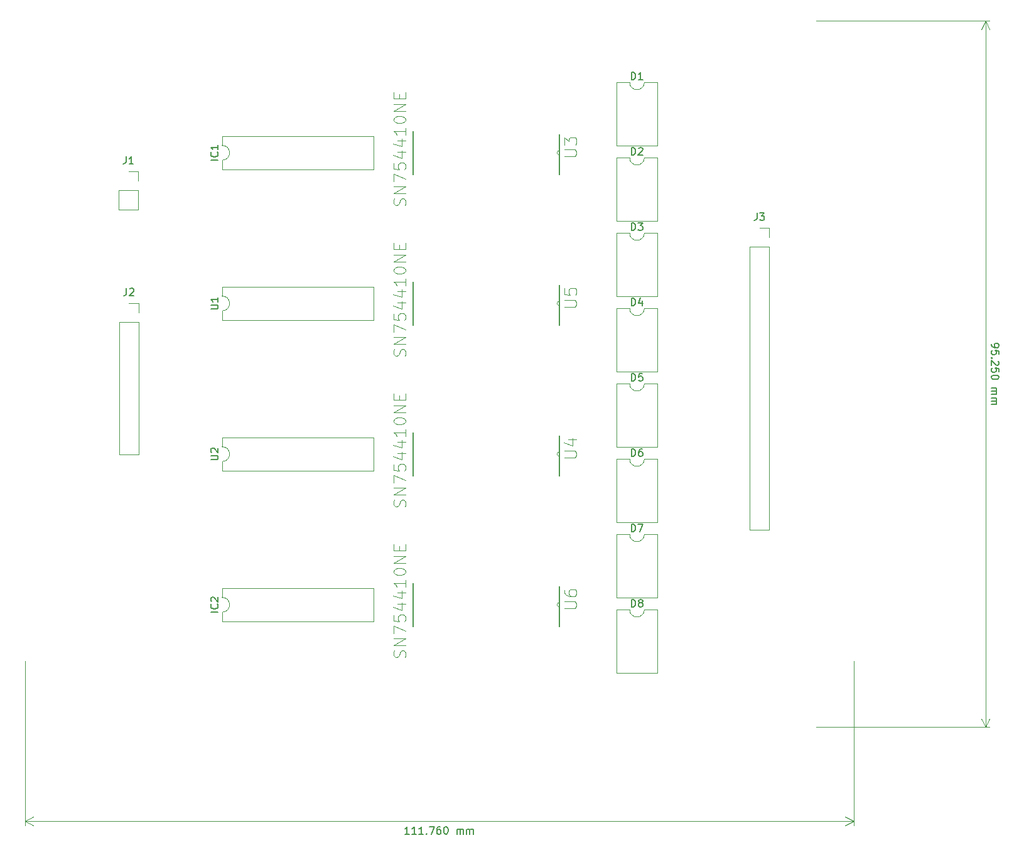
<source format=gbr>
G04 #@! TF.GenerationSoftware,KiCad,Pcbnew,(5.1.0)-1*
G04 #@! TF.CreationDate,2020-01-23T16:35:24+01:00*
G04 #@! TF.ProjectId,splitflap,73706c69-7466-46c6-9170-2e6b69636164,rev?*
G04 #@! TF.SameCoordinates,Original*
G04 #@! TF.FileFunction,Legend,Top*
G04 #@! TF.FilePolarity,Positive*
%FSLAX46Y46*%
G04 Gerber Fmt 4.6, Leading zero omitted, Abs format (unit mm)*
G04 Created by KiCad (PCBNEW (5.1.0)-1) date 2020-01-23 16:35:24*
%MOMM*%
%LPD*%
G04 APERTURE LIST*
%ADD10C,0.150000*%
%ADD11C,0.120000*%
%ADD12C,0.100000*%
%ADD13C,0.152400*%
%ADD14C,0.050000*%
G04 APERTURE END LIST*
D10*
X199152380Y-135072379D02*
X198580952Y-135072379D01*
X198866666Y-135072379D02*
X198866666Y-134072379D01*
X198771428Y-134215237D01*
X198676190Y-134310475D01*
X198580952Y-134358094D01*
X200104761Y-135072379D02*
X199533333Y-135072379D01*
X199819047Y-135072379D02*
X199819047Y-134072379D01*
X199723809Y-134215237D01*
X199628571Y-134310475D01*
X199533333Y-134358094D01*
X201057142Y-135072379D02*
X200485714Y-135072379D01*
X200771428Y-135072379D02*
X200771428Y-134072379D01*
X200676190Y-134215237D01*
X200580952Y-134310475D01*
X200485714Y-134358094D01*
X201485714Y-134977141D02*
X201533333Y-135024760D01*
X201485714Y-135072379D01*
X201438095Y-135024760D01*
X201485714Y-134977141D01*
X201485714Y-135072379D01*
X201866666Y-134072379D02*
X202533333Y-134072379D01*
X202104761Y-135072379D01*
X203342857Y-134072379D02*
X203152380Y-134072379D01*
X203057142Y-134119999D01*
X203009523Y-134167618D01*
X202914285Y-134310475D01*
X202866666Y-134500951D01*
X202866666Y-134881903D01*
X202914285Y-134977141D01*
X202961904Y-135024760D01*
X203057142Y-135072379D01*
X203247619Y-135072379D01*
X203342857Y-135024760D01*
X203390476Y-134977141D01*
X203438095Y-134881903D01*
X203438095Y-134643808D01*
X203390476Y-134548570D01*
X203342857Y-134500951D01*
X203247619Y-134453332D01*
X203057142Y-134453332D01*
X202961904Y-134500951D01*
X202914285Y-134548570D01*
X202866666Y-134643808D01*
X204057142Y-134072379D02*
X204152380Y-134072379D01*
X204247619Y-134119999D01*
X204295238Y-134167618D01*
X204342857Y-134262856D01*
X204390476Y-134453332D01*
X204390476Y-134691427D01*
X204342857Y-134881903D01*
X204295238Y-134977141D01*
X204247619Y-135024760D01*
X204152380Y-135072379D01*
X204057142Y-135072379D01*
X203961904Y-135024760D01*
X203914285Y-134977141D01*
X203866666Y-134881903D01*
X203819047Y-134691427D01*
X203819047Y-134453332D01*
X203866666Y-134262856D01*
X203914285Y-134167618D01*
X203961904Y-134119999D01*
X204057142Y-134072379D01*
X205580952Y-135072379D02*
X205580952Y-134405713D01*
X205580952Y-134500951D02*
X205628571Y-134453332D01*
X205723809Y-134405713D01*
X205866666Y-134405713D01*
X205961904Y-134453332D01*
X206009523Y-134548570D01*
X206009523Y-135072379D01*
X206009523Y-134548570D02*
X206057142Y-134453332D01*
X206152380Y-134405713D01*
X206295238Y-134405713D01*
X206390476Y-134453332D01*
X206438095Y-134548570D01*
X206438095Y-135072379D01*
X206914285Y-135072379D02*
X206914285Y-134405713D01*
X206914285Y-134500951D02*
X206961904Y-134453332D01*
X207057142Y-134405713D01*
X207200000Y-134405713D01*
X207295238Y-134453332D01*
X207342857Y-134548570D01*
X207342857Y-135072379D01*
X207342857Y-134548570D02*
X207390476Y-134453332D01*
X207485714Y-134405713D01*
X207628571Y-134405713D01*
X207723809Y-134453332D01*
X207771428Y-134548570D01*
X207771428Y-135072379D01*
D11*
X147320000Y-133349999D02*
X259080000Y-133349999D01*
X147320000Y-111760000D02*
X147320000Y-133936420D01*
X259080000Y-111760000D02*
X259080000Y-133936420D01*
X259080000Y-133349999D02*
X257953496Y-133936420D01*
X259080000Y-133349999D02*
X257953496Y-132763578D01*
X147320000Y-133349999D02*
X148446504Y-133936420D01*
X147320000Y-133349999D02*
X148446504Y-132763578D01*
D10*
X277677619Y-68977380D02*
X277677619Y-69167857D01*
X277725238Y-69263095D01*
X277772857Y-69310714D01*
X277915714Y-69405952D01*
X278106190Y-69453571D01*
X278487142Y-69453571D01*
X278582380Y-69405952D01*
X278630000Y-69358333D01*
X278677619Y-69263095D01*
X278677619Y-69072619D01*
X278630000Y-68977380D01*
X278582380Y-68929761D01*
X278487142Y-68882142D01*
X278249047Y-68882142D01*
X278153809Y-68929761D01*
X278106190Y-68977380D01*
X278058571Y-69072619D01*
X278058571Y-69263095D01*
X278106190Y-69358333D01*
X278153809Y-69405952D01*
X278249047Y-69453571D01*
X278677619Y-70358333D02*
X278677619Y-69882142D01*
X278201428Y-69834523D01*
X278249047Y-69882142D01*
X278296666Y-69977380D01*
X278296666Y-70215476D01*
X278249047Y-70310714D01*
X278201428Y-70358333D01*
X278106190Y-70405952D01*
X277868095Y-70405952D01*
X277772857Y-70358333D01*
X277725238Y-70310714D01*
X277677619Y-70215476D01*
X277677619Y-69977380D01*
X277725238Y-69882142D01*
X277772857Y-69834523D01*
X277772857Y-70834523D02*
X277725238Y-70882142D01*
X277677619Y-70834523D01*
X277725238Y-70786904D01*
X277772857Y-70834523D01*
X277677619Y-70834523D01*
X278582380Y-71263095D02*
X278630000Y-71310714D01*
X278677619Y-71405952D01*
X278677619Y-71644047D01*
X278630000Y-71739285D01*
X278582380Y-71786904D01*
X278487142Y-71834523D01*
X278391904Y-71834523D01*
X278249047Y-71786904D01*
X277677619Y-71215476D01*
X277677619Y-71834523D01*
X278677619Y-72739285D02*
X278677619Y-72263095D01*
X278201428Y-72215476D01*
X278249047Y-72263095D01*
X278296666Y-72358333D01*
X278296666Y-72596428D01*
X278249047Y-72691666D01*
X278201428Y-72739285D01*
X278106190Y-72786904D01*
X277868095Y-72786904D01*
X277772857Y-72739285D01*
X277725238Y-72691666D01*
X277677619Y-72596428D01*
X277677619Y-72358333D01*
X277725238Y-72263095D01*
X277772857Y-72215476D01*
X278677619Y-73405952D02*
X278677619Y-73501190D01*
X278630000Y-73596428D01*
X278582380Y-73644047D01*
X278487142Y-73691666D01*
X278296666Y-73739285D01*
X278058571Y-73739285D01*
X277868095Y-73691666D01*
X277772857Y-73644047D01*
X277725238Y-73596428D01*
X277677619Y-73501190D01*
X277677619Y-73405952D01*
X277725238Y-73310714D01*
X277772857Y-73263095D01*
X277868095Y-73215476D01*
X278058571Y-73167857D01*
X278296666Y-73167857D01*
X278487142Y-73215476D01*
X278582380Y-73263095D01*
X278630000Y-73310714D01*
X278677619Y-73405952D01*
X277677619Y-74929761D02*
X278344285Y-74929761D01*
X278249047Y-74929761D02*
X278296666Y-74977380D01*
X278344285Y-75072619D01*
X278344285Y-75215476D01*
X278296666Y-75310714D01*
X278201428Y-75358333D01*
X277677619Y-75358333D01*
X278201428Y-75358333D02*
X278296666Y-75405952D01*
X278344285Y-75501190D01*
X278344285Y-75644047D01*
X278296666Y-75739285D01*
X278201428Y-75786904D01*
X277677619Y-75786904D01*
X277677619Y-76263095D02*
X278344285Y-76263095D01*
X278249047Y-76263095D02*
X278296666Y-76310714D01*
X278344285Y-76405952D01*
X278344285Y-76548809D01*
X278296666Y-76644047D01*
X278201428Y-76691666D01*
X277677619Y-76691666D01*
X278201428Y-76691666D02*
X278296666Y-76739285D01*
X278344285Y-76834523D01*
X278344285Y-76977380D01*
X278296666Y-77072619D01*
X278201428Y-77120238D01*
X277677619Y-77120238D01*
D11*
X276860000Y-25400000D02*
X276860000Y-120650000D01*
X254000000Y-25400000D02*
X277446421Y-25400000D01*
X254000000Y-120650000D02*
X277446421Y-120650000D01*
X276860000Y-120650000D02*
X276273579Y-119523496D01*
X276860000Y-120650000D02*
X277446421Y-119523496D01*
X276860000Y-25400000D02*
X276273579Y-26526504D01*
X276860000Y-25400000D02*
X277446421Y-26526504D01*
X230870000Y-104780000D02*
G75*
G02X228870000Y-104780000I-1000000J0D01*
G01*
X228870000Y-104780000D02*
X227100000Y-104780000D01*
X227100000Y-104780000D02*
X227100000Y-113380000D01*
X227100000Y-113380000D02*
X232640000Y-113380000D01*
X232640000Y-113380000D02*
X232640000Y-104780000D01*
X232640000Y-104780000D02*
X230870000Y-104780000D01*
X173930000Y-81570000D02*
X173930000Y-82820000D01*
X194370000Y-81570000D02*
X173930000Y-81570000D01*
X194370000Y-86070000D02*
X194370000Y-81570000D01*
X173930000Y-86070000D02*
X194370000Y-86070000D01*
X173930000Y-84820000D02*
X173930000Y-86070000D01*
X173930000Y-82820000D02*
G75*
G02X173930000Y-84820000I0J-1000000D01*
G01*
X173930000Y-61250000D02*
X173930000Y-62500000D01*
X194370000Y-61250000D02*
X173930000Y-61250000D01*
X194370000Y-65750000D02*
X194370000Y-61250000D01*
X173930000Y-65750000D02*
X194370000Y-65750000D01*
X173930000Y-64500000D02*
X173930000Y-65750000D01*
X173930000Y-62500000D02*
G75*
G02X173930000Y-64500000I0J-1000000D01*
G01*
X246380000Y-53280000D02*
X247710000Y-53280000D01*
X247710000Y-53280000D02*
X247710000Y-54610000D01*
X247710000Y-55880000D02*
X247710000Y-94040000D01*
X245050000Y-94040000D02*
X247710000Y-94040000D01*
X245050000Y-55880000D02*
X245050000Y-94040000D01*
X245050000Y-55880000D02*
X247710000Y-55880000D01*
X161365001Y-63440000D02*
X162695001Y-63440000D01*
X162695001Y-63440000D02*
X162695001Y-64770000D01*
X162695001Y-66040000D02*
X162695001Y-83880000D01*
X160035001Y-83880000D02*
X162695001Y-83880000D01*
X160035001Y-66040000D02*
X160035001Y-83880000D01*
X160035001Y-66040000D02*
X162695001Y-66040000D01*
X161290000Y-45660000D02*
X162620000Y-45660000D01*
X162620000Y-45660000D02*
X162620000Y-46990000D01*
X162620000Y-48260000D02*
X162620000Y-50860000D01*
X159960000Y-50860000D02*
X162620000Y-50860000D01*
X159960000Y-48260000D02*
X159960000Y-50860000D01*
X159960000Y-48260000D02*
X162620000Y-48260000D01*
X173930000Y-101890000D02*
X173930000Y-103140000D01*
X194370000Y-101890000D02*
X173930000Y-101890000D01*
X194370000Y-106390000D02*
X194370000Y-101890000D01*
X173930000Y-106390000D02*
X194370000Y-106390000D01*
X173930000Y-105140000D02*
X173930000Y-106390000D01*
X173930000Y-103140000D02*
G75*
G02X173930000Y-105140000I0J-1000000D01*
G01*
X173930000Y-40930000D02*
X173930000Y-42180000D01*
X194370000Y-40930000D02*
X173930000Y-40930000D01*
X194370000Y-45430000D02*
X194370000Y-40930000D01*
X173930000Y-45430000D02*
X194370000Y-45430000D01*
X173930000Y-44180000D02*
X173930000Y-45430000D01*
X173930000Y-42180000D02*
G75*
G02X173930000Y-44180000I0J-1000000D01*
G01*
X230870000Y-94620000D02*
G75*
G02X228870000Y-94620000I-1000000J0D01*
G01*
X228870000Y-94620000D02*
X227100000Y-94620000D01*
X227100000Y-94620000D02*
X227100000Y-103220000D01*
X227100000Y-103220000D02*
X232640000Y-103220000D01*
X232640000Y-103220000D02*
X232640000Y-94620000D01*
X232640000Y-94620000D02*
X230870000Y-94620000D01*
X230870000Y-84460000D02*
G75*
G02X228870000Y-84460000I-1000000J0D01*
G01*
X228870000Y-84460000D02*
X227100000Y-84460000D01*
X227100000Y-84460000D02*
X227100000Y-93060000D01*
X227100000Y-93060000D02*
X232640000Y-93060000D01*
X232640000Y-93060000D02*
X232640000Y-84460000D01*
X232640000Y-84460000D02*
X230870000Y-84460000D01*
X230870000Y-74300000D02*
G75*
G02X228870000Y-74300000I-1000000J0D01*
G01*
X228870000Y-74300000D02*
X227100000Y-74300000D01*
X227100000Y-74300000D02*
X227100000Y-82900000D01*
X227100000Y-82900000D02*
X232640000Y-82900000D01*
X232640000Y-82900000D02*
X232640000Y-74300000D01*
X232640000Y-74300000D02*
X230870000Y-74300000D01*
X230870000Y-64140000D02*
G75*
G02X228870000Y-64140000I-1000000J0D01*
G01*
X228870000Y-64140000D02*
X227100000Y-64140000D01*
X227100000Y-64140000D02*
X227100000Y-72740000D01*
X227100000Y-72740000D02*
X232640000Y-72740000D01*
X232640000Y-72740000D02*
X232640000Y-64140000D01*
X232640000Y-64140000D02*
X230870000Y-64140000D01*
X230870000Y-53980000D02*
G75*
G02X228870000Y-53980000I-1000000J0D01*
G01*
X228870000Y-53980000D02*
X227100000Y-53980000D01*
X227100000Y-53980000D02*
X227100000Y-62580000D01*
X227100000Y-62580000D02*
X232640000Y-62580000D01*
X232640000Y-62580000D02*
X232640000Y-53980000D01*
X232640000Y-53980000D02*
X230870000Y-53980000D01*
X230870000Y-43820000D02*
G75*
G02X228870000Y-43820000I-1000000J0D01*
G01*
X228870000Y-43820000D02*
X227100000Y-43820000D01*
X227100000Y-43820000D02*
X227100000Y-52420000D01*
X227100000Y-52420000D02*
X232640000Y-52420000D01*
X232640000Y-52420000D02*
X232640000Y-43820000D01*
X232640000Y-43820000D02*
X230870000Y-43820000D01*
X230870000Y-33660000D02*
G75*
G02X228870000Y-33660000I-1000000J0D01*
G01*
X228870000Y-33660000D02*
X227100000Y-33660000D01*
X227100000Y-33660000D02*
X227100000Y-42260000D01*
X227100000Y-42260000D02*
X232640000Y-42260000D01*
X232640000Y-42260000D02*
X232640000Y-33660000D01*
X232640000Y-33660000D02*
X230870000Y-33660000D01*
D12*
X219405200Y-104444800D02*
G75*
G02X219405200Y-103835200I0J304800D01*
G01*
D13*
X219405200Y-103835200D02*
X219405200Y-101650800D01*
X219405200Y-104444800D02*
X219405200Y-103835200D01*
X219405200Y-107061000D02*
X219405200Y-104444800D01*
X199694800Y-101219000D02*
X199694800Y-107061000D01*
D12*
X219405200Y-63804800D02*
G75*
G02X219405200Y-63195200I0J304800D01*
G01*
D13*
X219405200Y-63195200D02*
X219405200Y-61010800D01*
X219405200Y-63804800D02*
X219405200Y-63195200D01*
X219405200Y-66421000D02*
X219405200Y-63804800D01*
X199694800Y-60579000D02*
X199694800Y-66421000D01*
D12*
X219405200Y-84124800D02*
G75*
G02X219405200Y-83515200I0J304800D01*
G01*
D13*
X219405200Y-83515200D02*
X219405200Y-81330800D01*
X219405200Y-84124800D02*
X219405200Y-83515200D01*
X219405200Y-86741000D02*
X219405200Y-84124800D01*
X199694800Y-80899000D02*
X199694800Y-86741000D01*
D12*
X219405200Y-43484800D02*
G75*
G02X219405200Y-42875200I0J304800D01*
G01*
D13*
X219405200Y-42875200D02*
X219405200Y-40690800D01*
X219405200Y-43484800D02*
X219405200Y-42875200D01*
X219405200Y-46101000D02*
X219405200Y-43484800D01*
X199694800Y-40259000D02*
X199694800Y-46101000D01*
D10*
X229121904Y-104432380D02*
X229121904Y-103432380D01*
X229360000Y-103432380D01*
X229502857Y-103480000D01*
X229598095Y-103575238D01*
X229645714Y-103670476D01*
X229693333Y-103860952D01*
X229693333Y-104003809D01*
X229645714Y-104194285D01*
X229598095Y-104289523D01*
X229502857Y-104384761D01*
X229360000Y-104432380D01*
X229121904Y-104432380D01*
X230264761Y-103860952D02*
X230169523Y-103813333D01*
X230121904Y-103765714D01*
X230074285Y-103670476D01*
X230074285Y-103622857D01*
X230121904Y-103527619D01*
X230169523Y-103480000D01*
X230264761Y-103432380D01*
X230455238Y-103432380D01*
X230550476Y-103480000D01*
X230598095Y-103527619D01*
X230645714Y-103622857D01*
X230645714Y-103670476D01*
X230598095Y-103765714D01*
X230550476Y-103813333D01*
X230455238Y-103860952D01*
X230264761Y-103860952D01*
X230169523Y-103908571D01*
X230121904Y-103956190D01*
X230074285Y-104051428D01*
X230074285Y-104241904D01*
X230121904Y-104337142D01*
X230169523Y-104384761D01*
X230264761Y-104432380D01*
X230455238Y-104432380D01*
X230550476Y-104384761D01*
X230598095Y-104337142D01*
X230645714Y-104241904D01*
X230645714Y-104051428D01*
X230598095Y-103956190D01*
X230550476Y-103908571D01*
X230455238Y-103860952D01*
X172382380Y-84581904D02*
X173191904Y-84581904D01*
X173287142Y-84534285D01*
X173334761Y-84486666D01*
X173382380Y-84391428D01*
X173382380Y-84200952D01*
X173334761Y-84105714D01*
X173287142Y-84058095D01*
X173191904Y-84010476D01*
X172382380Y-84010476D01*
X172477619Y-83581904D02*
X172430000Y-83534285D01*
X172382380Y-83439047D01*
X172382380Y-83200952D01*
X172430000Y-83105714D01*
X172477619Y-83058095D01*
X172572857Y-83010476D01*
X172668095Y-83010476D01*
X172810952Y-83058095D01*
X173382380Y-83629523D01*
X173382380Y-83010476D01*
X172382380Y-64261904D02*
X173191904Y-64261904D01*
X173287142Y-64214285D01*
X173334761Y-64166666D01*
X173382380Y-64071428D01*
X173382380Y-63880952D01*
X173334761Y-63785714D01*
X173287142Y-63738095D01*
X173191904Y-63690476D01*
X172382380Y-63690476D01*
X173382380Y-62690476D02*
X173382380Y-63261904D01*
X173382380Y-62976190D02*
X172382380Y-62976190D01*
X172525238Y-63071428D01*
X172620476Y-63166666D01*
X172668095Y-63261904D01*
X246046666Y-51292380D02*
X246046666Y-52006666D01*
X245999047Y-52149523D01*
X245903809Y-52244761D01*
X245760952Y-52292380D01*
X245665714Y-52292380D01*
X246427619Y-51292380D02*
X247046666Y-51292380D01*
X246713333Y-51673333D01*
X246856190Y-51673333D01*
X246951428Y-51720952D01*
X246999047Y-51768571D01*
X247046666Y-51863809D01*
X247046666Y-52101904D01*
X246999047Y-52197142D01*
X246951428Y-52244761D01*
X246856190Y-52292380D01*
X246570476Y-52292380D01*
X246475238Y-52244761D01*
X246427619Y-52197142D01*
X161031667Y-61452380D02*
X161031667Y-62166666D01*
X160984048Y-62309523D01*
X160888810Y-62404761D01*
X160745953Y-62452380D01*
X160650715Y-62452380D01*
X161460239Y-61547619D02*
X161507858Y-61500000D01*
X161603096Y-61452380D01*
X161841191Y-61452380D01*
X161936429Y-61500000D01*
X161984048Y-61547619D01*
X162031667Y-61642857D01*
X162031667Y-61738095D01*
X161984048Y-61880952D01*
X161412620Y-62452380D01*
X162031667Y-62452380D01*
X160956666Y-43672380D02*
X160956666Y-44386666D01*
X160909047Y-44529523D01*
X160813809Y-44624761D01*
X160670952Y-44672380D01*
X160575714Y-44672380D01*
X161956666Y-44672380D02*
X161385238Y-44672380D01*
X161670952Y-44672380D02*
X161670952Y-43672380D01*
X161575714Y-43815238D01*
X161480476Y-43910476D01*
X161385238Y-43958095D01*
X173382380Y-105116190D02*
X172382380Y-105116190D01*
X173287142Y-104068571D02*
X173334761Y-104116190D01*
X173382380Y-104259047D01*
X173382380Y-104354285D01*
X173334761Y-104497142D01*
X173239523Y-104592380D01*
X173144285Y-104640000D01*
X172953809Y-104687619D01*
X172810952Y-104687619D01*
X172620476Y-104640000D01*
X172525238Y-104592380D01*
X172430000Y-104497142D01*
X172382380Y-104354285D01*
X172382380Y-104259047D01*
X172430000Y-104116190D01*
X172477619Y-104068571D01*
X172477619Y-103687619D02*
X172430000Y-103640000D01*
X172382380Y-103544761D01*
X172382380Y-103306666D01*
X172430000Y-103211428D01*
X172477619Y-103163809D01*
X172572857Y-103116190D01*
X172668095Y-103116190D01*
X172810952Y-103163809D01*
X173382380Y-103735238D01*
X173382380Y-103116190D01*
X173382380Y-44156190D02*
X172382380Y-44156190D01*
X173287142Y-43108571D02*
X173334761Y-43156190D01*
X173382380Y-43299047D01*
X173382380Y-43394285D01*
X173334761Y-43537142D01*
X173239523Y-43632380D01*
X173144285Y-43680000D01*
X172953809Y-43727619D01*
X172810952Y-43727619D01*
X172620476Y-43680000D01*
X172525238Y-43632380D01*
X172430000Y-43537142D01*
X172382380Y-43394285D01*
X172382380Y-43299047D01*
X172430000Y-43156190D01*
X172477619Y-43108571D01*
X173382380Y-42156190D02*
X173382380Y-42727619D01*
X173382380Y-42441904D02*
X172382380Y-42441904D01*
X172525238Y-42537142D01*
X172620476Y-42632380D01*
X172668095Y-42727619D01*
X229121904Y-94272380D02*
X229121904Y-93272380D01*
X229360000Y-93272380D01*
X229502857Y-93320000D01*
X229598095Y-93415238D01*
X229645714Y-93510476D01*
X229693333Y-93700952D01*
X229693333Y-93843809D01*
X229645714Y-94034285D01*
X229598095Y-94129523D01*
X229502857Y-94224761D01*
X229360000Y-94272380D01*
X229121904Y-94272380D01*
X230026666Y-93272380D02*
X230693333Y-93272380D01*
X230264761Y-94272380D01*
X229121904Y-84112380D02*
X229121904Y-83112380D01*
X229360000Y-83112380D01*
X229502857Y-83160000D01*
X229598095Y-83255238D01*
X229645714Y-83350476D01*
X229693333Y-83540952D01*
X229693333Y-83683809D01*
X229645714Y-83874285D01*
X229598095Y-83969523D01*
X229502857Y-84064761D01*
X229360000Y-84112380D01*
X229121904Y-84112380D01*
X230550476Y-83112380D02*
X230360000Y-83112380D01*
X230264761Y-83160000D01*
X230217142Y-83207619D01*
X230121904Y-83350476D01*
X230074285Y-83540952D01*
X230074285Y-83921904D01*
X230121904Y-84017142D01*
X230169523Y-84064761D01*
X230264761Y-84112380D01*
X230455238Y-84112380D01*
X230550476Y-84064761D01*
X230598095Y-84017142D01*
X230645714Y-83921904D01*
X230645714Y-83683809D01*
X230598095Y-83588571D01*
X230550476Y-83540952D01*
X230455238Y-83493333D01*
X230264761Y-83493333D01*
X230169523Y-83540952D01*
X230121904Y-83588571D01*
X230074285Y-83683809D01*
X229121904Y-73952380D02*
X229121904Y-72952380D01*
X229360000Y-72952380D01*
X229502857Y-73000000D01*
X229598095Y-73095238D01*
X229645714Y-73190476D01*
X229693333Y-73380952D01*
X229693333Y-73523809D01*
X229645714Y-73714285D01*
X229598095Y-73809523D01*
X229502857Y-73904761D01*
X229360000Y-73952380D01*
X229121904Y-73952380D01*
X230598095Y-72952380D02*
X230121904Y-72952380D01*
X230074285Y-73428571D01*
X230121904Y-73380952D01*
X230217142Y-73333333D01*
X230455238Y-73333333D01*
X230550476Y-73380952D01*
X230598095Y-73428571D01*
X230645714Y-73523809D01*
X230645714Y-73761904D01*
X230598095Y-73857142D01*
X230550476Y-73904761D01*
X230455238Y-73952380D01*
X230217142Y-73952380D01*
X230121904Y-73904761D01*
X230074285Y-73857142D01*
X229121904Y-63792380D02*
X229121904Y-62792380D01*
X229360000Y-62792380D01*
X229502857Y-62840000D01*
X229598095Y-62935238D01*
X229645714Y-63030476D01*
X229693333Y-63220952D01*
X229693333Y-63363809D01*
X229645714Y-63554285D01*
X229598095Y-63649523D01*
X229502857Y-63744761D01*
X229360000Y-63792380D01*
X229121904Y-63792380D01*
X230550476Y-63125714D02*
X230550476Y-63792380D01*
X230312380Y-62744761D02*
X230074285Y-63459047D01*
X230693333Y-63459047D01*
X229121904Y-53632380D02*
X229121904Y-52632380D01*
X229360000Y-52632380D01*
X229502857Y-52680000D01*
X229598095Y-52775238D01*
X229645714Y-52870476D01*
X229693333Y-53060952D01*
X229693333Y-53203809D01*
X229645714Y-53394285D01*
X229598095Y-53489523D01*
X229502857Y-53584761D01*
X229360000Y-53632380D01*
X229121904Y-53632380D01*
X230026666Y-52632380D02*
X230645714Y-52632380D01*
X230312380Y-53013333D01*
X230455238Y-53013333D01*
X230550476Y-53060952D01*
X230598095Y-53108571D01*
X230645714Y-53203809D01*
X230645714Y-53441904D01*
X230598095Y-53537142D01*
X230550476Y-53584761D01*
X230455238Y-53632380D01*
X230169523Y-53632380D01*
X230074285Y-53584761D01*
X230026666Y-53537142D01*
X229121904Y-43472380D02*
X229121904Y-42472380D01*
X229360000Y-42472380D01*
X229502857Y-42520000D01*
X229598095Y-42615238D01*
X229645714Y-42710476D01*
X229693333Y-42900952D01*
X229693333Y-43043809D01*
X229645714Y-43234285D01*
X229598095Y-43329523D01*
X229502857Y-43424761D01*
X229360000Y-43472380D01*
X229121904Y-43472380D01*
X230074285Y-42567619D02*
X230121904Y-42520000D01*
X230217142Y-42472380D01*
X230455238Y-42472380D01*
X230550476Y-42520000D01*
X230598095Y-42567619D01*
X230645714Y-42662857D01*
X230645714Y-42758095D01*
X230598095Y-42900952D01*
X230026666Y-43472380D01*
X230645714Y-43472380D01*
X229121904Y-33312380D02*
X229121904Y-32312380D01*
X229360000Y-32312380D01*
X229502857Y-32360000D01*
X229598095Y-32455238D01*
X229645714Y-32550476D01*
X229693333Y-32740952D01*
X229693333Y-32883809D01*
X229645714Y-33074285D01*
X229598095Y-33169523D01*
X229502857Y-33264761D01*
X229360000Y-33312380D01*
X229121904Y-33312380D01*
X230645714Y-33312380D02*
X230074285Y-33312380D01*
X230360000Y-33312380D02*
X230360000Y-32312380D01*
X230264761Y-32455238D01*
X230169523Y-32550476D01*
X230074285Y-32598095D01*
D14*
X220086897Y-104622321D02*
X221416596Y-104622321D01*
X221573032Y-104544104D01*
X221651249Y-104465886D01*
X221729467Y-104309451D01*
X221729467Y-103996580D01*
X221651249Y-103840145D01*
X221573032Y-103761928D01*
X221416596Y-103683710D01*
X220086897Y-103683710D01*
X220086897Y-102197575D02*
X220086897Y-102510446D01*
X220165115Y-102666881D01*
X220243332Y-102745099D01*
X220477985Y-102901534D01*
X220790855Y-102979751D01*
X221416596Y-102979751D01*
X221573032Y-102901534D01*
X221651249Y-102823316D01*
X221729467Y-102666881D01*
X221729467Y-102354010D01*
X221651249Y-102197575D01*
X221573032Y-102119358D01*
X221416596Y-102041140D01*
X221025508Y-102041140D01*
X220869073Y-102119358D01*
X220790855Y-102197575D01*
X220712638Y-102354010D01*
X220712638Y-102666881D01*
X220790855Y-102823316D01*
X220869073Y-102901534D01*
X221025508Y-102979751D01*
X198604142Y-111249273D02*
X198682308Y-111014775D01*
X198682308Y-110623944D01*
X198604142Y-110467611D01*
X198525976Y-110389445D01*
X198369644Y-110311279D01*
X198213311Y-110311279D01*
X198056979Y-110389445D01*
X197978813Y-110467611D01*
X197900646Y-110623944D01*
X197822480Y-110936608D01*
X197744314Y-111092941D01*
X197666148Y-111171107D01*
X197509815Y-111249273D01*
X197353483Y-111249273D01*
X197197151Y-111171107D01*
X197118985Y-111092941D01*
X197040818Y-110936608D01*
X197040818Y-110545777D01*
X197118985Y-110311279D01*
X198682308Y-109607783D02*
X197040818Y-109607783D01*
X198682308Y-108669789D01*
X197040818Y-108669789D01*
X197040818Y-108044459D02*
X197040818Y-106950133D01*
X198682308Y-107653628D01*
X197040818Y-105543141D02*
X197040818Y-106324803D01*
X197822480Y-106402969D01*
X197744314Y-106324803D01*
X197666148Y-106168471D01*
X197666148Y-105777640D01*
X197744314Y-105621307D01*
X197822480Y-105543141D01*
X197978813Y-105464975D01*
X198369644Y-105464975D01*
X198525976Y-105543141D01*
X198604142Y-105621307D01*
X198682308Y-105777640D01*
X198682308Y-106168471D01*
X198604142Y-106324803D01*
X198525976Y-106402969D01*
X197587982Y-104057984D02*
X198682308Y-104057984D01*
X196962652Y-104448815D02*
X198135145Y-104839645D01*
X198135145Y-103823485D01*
X197587982Y-102494660D02*
X198682308Y-102494660D01*
X196962652Y-102885491D02*
X198135145Y-103276322D01*
X198135145Y-102260161D01*
X198682308Y-100775004D02*
X198682308Y-101712998D01*
X198682308Y-101244001D02*
X197040818Y-101244001D01*
X197275317Y-101400333D01*
X197431649Y-101556665D01*
X197509815Y-101712998D01*
X197040818Y-99758843D02*
X197040818Y-99602511D01*
X197118985Y-99446178D01*
X197197151Y-99368012D01*
X197353483Y-99289846D01*
X197666148Y-99211680D01*
X198056979Y-99211680D01*
X198369644Y-99289846D01*
X198525976Y-99368012D01*
X198604142Y-99446178D01*
X198682308Y-99602511D01*
X198682308Y-99758843D01*
X198604142Y-99915175D01*
X198525976Y-99993342D01*
X198369644Y-100071508D01*
X198056979Y-100149674D01*
X197666148Y-100149674D01*
X197353483Y-100071508D01*
X197197151Y-99993342D01*
X197118985Y-99915175D01*
X197040818Y-99758843D01*
X198682308Y-98508184D02*
X197040818Y-98508184D01*
X198682308Y-97570190D01*
X197040818Y-97570190D01*
X197822480Y-96788528D02*
X197822480Y-96241365D01*
X198682308Y-96006866D02*
X198682308Y-96788528D01*
X197040818Y-96788528D01*
X197040818Y-96006866D01*
X220086897Y-63982321D02*
X221416596Y-63982321D01*
X221573032Y-63904104D01*
X221651249Y-63825886D01*
X221729467Y-63669451D01*
X221729467Y-63356580D01*
X221651249Y-63200145D01*
X221573032Y-63121928D01*
X221416596Y-63043710D01*
X220086897Y-63043710D01*
X220086897Y-61479358D02*
X220086897Y-62261534D01*
X220869073Y-62339751D01*
X220790855Y-62261534D01*
X220712638Y-62105099D01*
X220712638Y-61714010D01*
X220790855Y-61557575D01*
X220869073Y-61479358D01*
X221025508Y-61401140D01*
X221416596Y-61401140D01*
X221573032Y-61479358D01*
X221651249Y-61557575D01*
X221729467Y-61714010D01*
X221729467Y-62105099D01*
X221651249Y-62261534D01*
X221573032Y-62339751D01*
X198604142Y-70609273D02*
X198682308Y-70374775D01*
X198682308Y-69983944D01*
X198604142Y-69827611D01*
X198525976Y-69749445D01*
X198369644Y-69671279D01*
X198213311Y-69671279D01*
X198056979Y-69749445D01*
X197978813Y-69827611D01*
X197900646Y-69983944D01*
X197822480Y-70296608D01*
X197744314Y-70452941D01*
X197666148Y-70531107D01*
X197509815Y-70609273D01*
X197353483Y-70609273D01*
X197197151Y-70531107D01*
X197118985Y-70452941D01*
X197040818Y-70296608D01*
X197040818Y-69905777D01*
X197118985Y-69671279D01*
X198682308Y-68967783D02*
X197040818Y-68967783D01*
X198682308Y-68029789D01*
X197040818Y-68029789D01*
X197040818Y-67404459D02*
X197040818Y-66310133D01*
X198682308Y-67013628D01*
X197040818Y-64903141D02*
X197040818Y-65684803D01*
X197822480Y-65762969D01*
X197744314Y-65684803D01*
X197666148Y-65528471D01*
X197666148Y-65137640D01*
X197744314Y-64981307D01*
X197822480Y-64903141D01*
X197978813Y-64824975D01*
X198369644Y-64824975D01*
X198525976Y-64903141D01*
X198604142Y-64981307D01*
X198682308Y-65137640D01*
X198682308Y-65528471D01*
X198604142Y-65684803D01*
X198525976Y-65762969D01*
X197587982Y-63417984D02*
X198682308Y-63417984D01*
X196962652Y-63808815D02*
X198135145Y-64199645D01*
X198135145Y-63183485D01*
X197587982Y-61854660D02*
X198682308Y-61854660D01*
X196962652Y-62245491D02*
X198135145Y-62636322D01*
X198135145Y-61620161D01*
X198682308Y-60135004D02*
X198682308Y-61072998D01*
X198682308Y-60604001D02*
X197040818Y-60604001D01*
X197275317Y-60760333D01*
X197431649Y-60916665D01*
X197509815Y-61072998D01*
X197040818Y-59118843D02*
X197040818Y-58962511D01*
X197118985Y-58806178D01*
X197197151Y-58728012D01*
X197353483Y-58649846D01*
X197666148Y-58571680D01*
X198056979Y-58571680D01*
X198369644Y-58649846D01*
X198525976Y-58728012D01*
X198604142Y-58806178D01*
X198682308Y-58962511D01*
X198682308Y-59118843D01*
X198604142Y-59275175D01*
X198525976Y-59353342D01*
X198369644Y-59431508D01*
X198056979Y-59509674D01*
X197666148Y-59509674D01*
X197353483Y-59431508D01*
X197197151Y-59353342D01*
X197118985Y-59275175D01*
X197040818Y-59118843D01*
X198682308Y-57868184D02*
X197040818Y-57868184D01*
X198682308Y-56930190D01*
X197040818Y-56930190D01*
X197822480Y-56148528D02*
X197822480Y-55601365D01*
X198682308Y-55366866D02*
X198682308Y-56148528D01*
X197040818Y-56148528D01*
X197040818Y-55366866D01*
X220086897Y-84302321D02*
X221416596Y-84302321D01*
X221573032Y-84224104D01*
X221651249Y-84145886D01*
X221729467Y-83989451D01*
X221729467Y-83676580D01*
X221651249Y-83520145D01*
X221573032Y-83441928D01*
X221416596Y-83363710D01*
X220086897Y-83363710D01*
X220634420Y-81877575D02*
X221729467Y-81877575D01*
X220008679Y-82268663D02*
X221181944Y-82659751D01*
X221181944Y-81642922D01*
X198604142Y-90929273D02*
X198682308Y-90694775D01*
X198682308Y-90303944D01*
X198604142Y-90147611D01*
X198525976Y-90069445D01*
X198369644Y-89991279D01*
X198213311Y-89991279D01*
X198056979Y-90069445D01*
X197978813Y-90147611D01*
X197900646Y-90303944D01*
X197822480Y-90616608D01*
X197744314Y-90772941D01*
X197666148Y-90851107D01*
X197509815Y-90929273D01*
X197353483Y-90929273D01*
X197197151Y-90851107D01*
X197118985Y-90772941D01*
X197040818Y-90616608D01*
X197040818Y-90225777D01*
X197118985Y-89991279D01*
X198682308Y-89287783D02*
X197040818Y-89287783D01*
X198682308Y-88349789D01*
X197040818Y-88349789D01*
X197040818Y-87724459D02*
X197040818Y-86630133D01*
X198682308Y-87333628D01*
X197040818Y-85223141D02*
X197040818Y-86004803D01*
X197822480Y-86082969D01*
X197744314Y-86004803D01*
X197666148Y-85848471D01*
X197666148Y-85457640D01*
X197744314Y-85301307D01*
X197822480Y-85223141D01*
X197978813Y-85144975D01*
X198369644Y-85144975D01*
X198525976Y-85223141D01*
X198604142Y-85301307D01*
X198682308Y-85457640D01*
X198682308Y-85848471D01*
X198604142Y-86004803D01*
X198525976Y-86082969D01*
X197587982Y-83737984D02*
X198682308Y-83737984D01*
X196962652Y-84128815D02*
X198135145Y-84519645D01*
X198135145Y-83503485D01*
X197587982Y-82174660D02*
X198682308Y-82174660D01*
X196962652Y-82565491D02*
X198135145Y-82956322D01*
X198135145Y-81940161D01*
X198682308Y-80455004D02*
X198682308Y-81392998D01*
X198682308Y-80924001D02*
X197040818Y-80924001D01*
X197275317Y-81080333D01*
X197431649Y-81236665D01*
X197509815Y-81392998D01*
X197040818Y-79438843D02*
X197040818Y-79282511D01*
X197118985Y-79126178D01*
X197197151Y-79048012D01*
X197353483Y-78969846D01*
X197666148Y-78891680D01*
X198056979Y-78891680D01*
X198369644Y-78969846D01*
X198525976Y-79048012D01*
X198604142Y-79126178D01*
X198682308Y-79282511D01*
X198682308Y-79438843D01*
X198604142Y-79595175D01*
X198525976Y-79673342D01*
X198369644Y-79751508D01*
X198056979Y-79829674D01*
X197666148Y-79829674D01*
X197353483Y-79751508D01*
X197197151Y-79673342D01*
X197118985Y-79595175D01*
X197040818Y-79438843D01*
X198682308Y-78188184D02*
X197040818Y-78188184D01*
X198682308Y-77250190D01*
X197040818Y-77250190D01*
X197822480Y-76468528D02*
X197822480Y-75921365D01*
X198682308Y-75686866D02*
X198682308Y-76468528D01*
X197040818Y-76468528D01*
X197040818Y-75686866D01*
X220086897Y-43662321D02*
X221416596Y-43662321D01*
X221573032Y-43584104D01*
X221651249Y-43505886D01*
X221729467Y-43349451D01*
X221729467Y-43036580D01*
X221651249Y-42880145D01*
X221573032Y-42801928D01*
X221416596Y-42723710D01*
X220086897Y-42723710D01*
X220086897Y-42097969D02*
X220086897Y-41081140D01*
X220712638Y-41628663D01*
X220712638Y-41394010D01*
X220790855Y-41237575D01*
X220869073Y-41159358D01*
X221025508Y-41081140D01*
X221416596Y-41081140D01*
X221573032Y-41159358D01*
X221651249Y-41237575D01*
X221729467Y-41394010D01*
X221729467Y-41863316D01*
X221651249Y-42019751D01*
X221573032Y-42097969D01*
X198604142Y-50289273D02*
X198682308Y-50054775D01*
X198682308Y-49663944D01*
X198604142Y-49507611D01*
X198525976Y-49429445D01*
X198369644Y-49351279D01*
X198213311Y-49351279D01*
X198056979Y-49429445D01*
X197978813Y-49507611D01*
X197900646Y-49663944D01*
X197822480Y-49976608D01*
X197744314Y-50132941D01*
X197666148Y-50211107D01*
X197509815Y-50289273D01*
X197353483Y-50289273D01*
X197197151Y-50211107D01*
X197118985Y-50132941D01*
X197040818Y-49976608D01*
X197040818Y-49585777D01*
X197118985Y-49351279D01*
X198682308Y-48647783D02*
X197040818Y-48647783D01*
X198682308Y-47709789D01*
X197040818Y-47709789D01*
X197040818Y-47084459D02*
X197040818Y-45990133D01*
X198682308Y-46693628D01*
X197040818Y-44583141D02*
X197040818Y-45364803D01*
X197822480Y-45442969D01*
X197744314Y-45364803D01*
X197666148Y-45208471D01*
X197666148Y-44817640D01*
X197744314Y-44661307D01*
X197822480Y-44583141D01*
X197978813Y-44504975D01*
X198369644Y-44504975D01*
X198525976Y-44583141D01*
X198604142Y-44661307D01*
X198682308Y-44817640D01*
X198682308Y-45208471D01*
X198604142Y-45364803D01*
X198525976Y-45442969D01*
X197587982Y-43097984D02*
X198682308Y-43097984D01*
X196962652Y-43488815D02*
X198135145Y-43879645D01*
X198135145Y-42863485D01*
X197587982Y-41534660D02*
X198682308Y-41534660D01*
X196962652Y-41925491D02*
X198135145Y-42316322D01*
X198135145Y-41300161D01*
X198682308Y-39815004D02*
X198682308Y-40752998D01*
X198682308Y-40284001D02*
X197040818Y-40284001D01*
X197275317Y-40440333D01*
X197431649Y-40596665D01*
X197509815Y-40752998D01*
X197040818Y-38798843D02*
X197040818Y-38642511D01*
X197118985Y-38486178D01*
X197197151Y-38408012D01*
X197353483Y-38329846D01*
X197666148Y-38251680D01*
X198056979Y-38251680D01*
X198369644Y-38329846D01*
X198525976Y-38408012D01*
X198604142Y-38486178D01*
X198682308Y-38642511D01*
X198682308Y-38798843D01*
X198604142Y-38955175D01*
X198525976Y-39033342D01*
X198369644Y-39111508D01*
X198056979Y-39189674D01*
X197666148Y-39189674D01*
X197353483Y-39111508D01*
X197197151Y-39033342D01*
X197118985Y-38955175D01*
X197040818Y-38798843D01*
X198682308Y-37548184D02*
X197040818Y-37548184D01*
X198682308Y-36610190D01*
X197040818Y-36610190D01*
X197822480Y-35828528D02*
X197822480Y-35281365D01*
X198682308Y-35046866D02*
X198682308Y-35828528D01*
X197040818Y-35828528D01*
X197040818Y-35046866D01*
M02*

</source>
